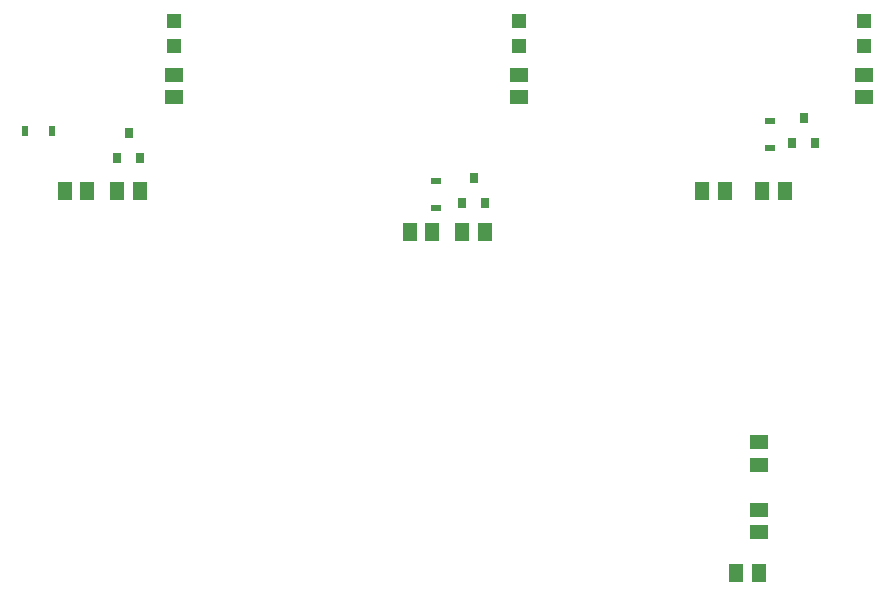
<source format=gtp>
G75*
G70*
%OFA0B0*%
%FSLAX24Y24*%
%IPPOS*%
%LPD*%
%AMOC8*
5,1,8,0,0,1.08239X$1,22.5*
%
%ADD10R,0.0315X0.0354*%
%ADD11R,0.0512X0.0630*%
%ADD12R,0.0472X0.0472*%
%ADD13R,0.0248X0.0327*%
%ADD14R,0.0327X0.0248*%
%ADD15R,0.0630X0.0512*%
D10*
X009854Y020834D03*
X010602Y020834D03*
X010228Y021661D03*
X021354Y019334D03*
X022102Y019334D03*
X021728Y020161D03*
X032354Y021334D03*
X033102Y021334D03*
X032728Y022161D03*
D11*
X008104Y019728D03*
X008852Y019728D03*
X009854Y019728D03*
X010602Y019728D03*
X019604Y018353D03*
X020352Y018353D03*
X021354Y018353D03*
X022102Y018353D03*
X029354Y019728D03*
X030102Y019728D03*
X031354Y019728D03*
X032102Y019728D03*
X031227Y006978D03*
X030479Y006978D03*
D12*
X034728Y024564D03*
X034728Y025391D03*
X023228Y025391D03*
X023228Y024564D03*
X011728Y024564D03*
X011728Y025391D03*
D13*
X007681Y021728D03*
X006775Y021728D03*
D14*
X020478Y020056D03*
X020478Y019150D03*
X031603Y021150D03*
X031603Y022056D03*
D15*
X034728Y022854D03*
X034728Y023602D03*
X023228Y023602D03*
X023228Y022854D03*
X031228Y011352D03*
X031228Y010604D03*
X031228Y009102D03*
X031228Y008354D03*
X011728Y022854D03*
X011728Y023602D03*
M02*

</source>
